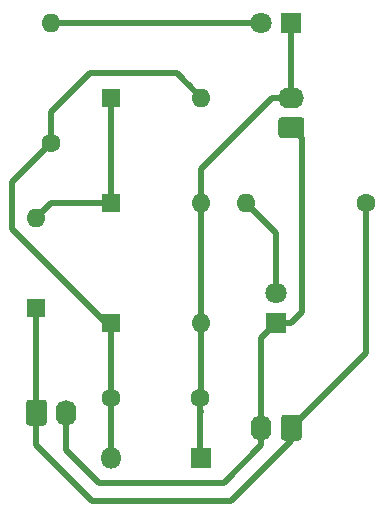
<source format=gtl>
%TF.GenerationSoftware,KiCad,Pcbnew,(5.1.10)-1*%
%TF.CreationDate,2021-07-06T16:49:45+02:00*%
%TF.ProjectId,circuitPanneauCarbOnFire,63697263-7569-4745-9061-6e6e65617543,rev?*%
%TF.SameCoordinates,Original*%
%TF.FileFunction,Copper,L1,Top*%
%TF.FilePolarity,Positive*%
%FSLAX46Y46*%
G04 Gerber Fmt 4.6, Leading zero omitted, Abs format (unit mm)*
G04 Created by KiCad (PCBNEW (5.1.10)-1) date 2021-07-06 16:49:45*
%MOMM*%
%LPD*%
G01*
G04 APERTURE LIST*
%TA.AperFunction,ComponentPad*%
%ADD10R,1.600000X1.600000*%
%TD*%
%TA.AperFunction,ComponentPad*%
%ADD11O,1.600000X1.600000*%
%TD*%
%TA.AperFunction,ComponentPad*%
%ADD12C,1.800000*%
%TD*%
%TA.AperFunction,ComponentPad*%
%ADD13R,1.800000X1.800000*%
%TD*%
%TA.AperFunction,ComponentPad*%
%ADD14C,1.600000*%
%TD*%
%TA.AperFunction,ComponentPad*%
%ADD15O,1.800000X1.800000*%
%TD*%
%TA.AperFunction,ComponentPad*%
%ADD16O,1.740000X2.190000*%
%TD*%
%TA.AperFunction,ComponentPad*%
%ADD17O,2.190000X1.740000*%
%TD*%
%TA.AperFunction,Conductor*%
%ADD18C,0.500000*%
%TD*%
%TA.AperFunction,Conductor*%
%ADD19C,0.250000*%
%TD*%
G04 APERTURE END LIST*
D10*
%TO.P,SW1,1*%
%TO.N,Net-(R1-Pad1)*%
X91440000Y-111760000D03*
D11*
%TO.P,SW1,2*%
%TO.N,Net-(SW1-Pad2)*%
X91440000Y-104140000D03*
%TD*%
D12*
%TO.P,D1,2*%
%TO.N,Net-(D1-Pad2)*%
X111760000Y-110490000D03*
D13*
%TO.P,D1,1*%
%TO.N,Net-(D1-Pad1)*%
X111760000Y-113030000D03*
%TD*%
D14*
%TO.P,C1,1*%
%TO.N,Net-(C1-Pad1)*%
X97790000Y-119380000D03*
%TO.P,C1,2*%
%TO.N,Net-(C1-Pad2)*%
X105290000Y-119380000D03*
%TD*%
D13*
%TO.P,D2,1*%
%TO.N,Net-(C1-Pad2)*%
X113030000Y-87630000D03*
D12*
%TO.P,D2,2*%
%TO.N,Net-(D2-Pad2)*%
X110490000Y-87630000D03*
%TD*%
D13*
%TO.P,DRoueLibre1,1*%
%TO.N,Net-(C1-Pad2)*%
X105410000Y-124460000D03*
D15*
%TO.P,DRoueLibre1,2*%
%TO.N,Net-(C1-Pad1)*%
X97790000Y-124460000D03*
%TD*%
D14*
%TO.P,R1,1*%
%TO.N,Net-(R1-Pad1)*%
X119380000Y-102870000D03*
D11*
%TO.P,R1,2*%
%TO.N,Net-(D1-Pad2)*%
X109220000Y-102870000D03*
%TD*%
%TO.P,R2,2*%
%TO.N,Net-(D2-Pad2)*%
X92710000Y-87630000D03*
D14*
%TO.P,R2,1*%
%TO.N,Net-(C1-Pad1)*%
X92710000Y-97790000D03*
%TD*%
D11*
%TO.P,SW2,2*%
%TO.N,Net-(C1-Pad1)*%
X105410000Y-93980000D03*
D10*
%TO.P,SW2,1*%
%TO.N,Net-(SW1-Pad2)*%
X97790000Y-93980000D03*
%TD*%
%TO.P,Ualphasense1,1*%
%TO.N,Net-(R1-Pad1)*%
%TA.AperFunction,ComponentPad*%
G36*
G01*
X90570000Y-121495001D02*
X90570000Y-119804999D01*
G75*
G02*
X90819999Y-119555000I249999J0D01*
G01*
X92060001Y-119555000D01*
G75*
G02*
X92310000Y-119804999I0J-249999D01*
G01*
X92310000Y-121495001D01*
G75*
G02*
X92060001Y-121745000I-249999J0D01*
G01*
X90819999Y-121745000D01*
G75*
G02*
X90570000Y-121495001I0J249999D01*
G01*
G37*
%TD.AperFunction*%
D16*
%TO.P,Ualphasense1,2*%
%TO.N,Net-(D1-Pad1)*%
X93980000Y-120650000D03*
%TD*%
%TO.P,Uarduino1,2*%
%TO.N,Net-(D1-Pad1)*%
X110490000Y-121920000D03*
%TO.P,Uarduino1,1*%
%TO.N,Net-(R1-Pad1)*%
%TA.AperFunction,ComponentPad*%
G36*
G01*
X113900000Y-121074999D02*
X113900000Y-122765001D01*
G75*
G02*
X113650001Y-123015000I-249999J0D01*
G01*
X112409999Y-123015000D01*
G75*
G02*
X112160000Y-122765001I0J249999D01*
G01*
X112160000Y-121074999D01*
G75*
G02*
X112409999Y-120825000I249999J0D01*
G01*
X113650001Y-120825000D01*
G75*
G02*
X113900000Y-121074999I0J-249999D01*
G01*
G37*
%TD.AperFunction*%
%TD*%
%TO.P,UFusible1,1*%
%TO.N,Net-(D1-Pad1)*%
%TA.AperFunction,ComponentPad*%
G36*
G01*
X113875001Y-97390000D02*
X112184999Y-97390000D01*
G75*
G02*
X111935000Y-97140001I0J249999D01*
G01*
X111935000Y-95899999D01*
G75*
G02*
X112184999Y-95650000I249999J0D01*
G01*
X113875001Y-95650000D01*
G75*
G02*
X114125000Y-95899999I0J-249999D01*
G01*
X114125000Y-97140001D01*
G75*
G02*
X113875001Y-97390000I-249999J0D01*
G01*
G37*
%TD.AperFunction*%
D17*
%TO.P,UFusible1,2*%
%TO.N,Net-(C1-Pad2)*%
X113030000Y-93980000D03*
%TD*%
D10*
%TO.P,UIn1,1*%
%TO.N,Net-(SW1-Pad2)*%
X97790000Y-102870000D03*
D11*
%TO.P,UIn1,2*%
%TO.N,Net-(C1-Pad2)*%
X105410000Y-102870000D03*
%TD*%
%TO.P,Uout1,2*%
%TO.N,Net-(C1-Pad2)*%
X105410000Y-113030000D03*
D10*
%TO.P,Uout1,1*%
%TO.N,Net-(C1-Pad1)*%
X97790000Y-113030000D03*
%TD*%
D18*
%TO.N,Net-(C1-Pad1)*%
X97790000Y-119380000D02*
X97790000Y-113030000D01*
X104284999Y-92854999D02*
X105410000Y-93980000D01*
X92710000Y-97790000D02*
X92710000Y-96658630D01*
X103359999Y-91929999D02*
X105410000Y-93980000D01*
X95989999Y-91929999D02*
X103359999Y-91929999D01*
X92710000Y-95209998D02*
X95989999Y-91929999D01*
X92710000Y-97790000D02*
X92710000Y-95209998D01*
X97295998Y-113030000D02*
X97790000Y-113030000D01*
X89389999Y-105124001D02*
X97295998Y-113030000D01*
X89389999Y-101110001D02*
X89389999Y-105124001D01*
X92710000Y-97790000D02*
X89389999Y-101110001D01*
X97790000Y-119380000D02*
X97790000Y-124460000D01*
%TO.N,Net-(C1-Pad2)*%
X105410000Y-120530000D02*
X105290000Y-120650000D01*
X113030000Y-87630000D02*
X113030000Y-93980000D01*
X113030000Y-94118630D02*
X113030000Y-93980000D01*
X105410000Y-102870000D02*
X105410000Y-101738630D01*
X105410000Y-119260000D02*
X105290000Y-119380000D01*
X105410000Y-113030000D02*
X105410000Y-119260000D01*
X105410000Y-102870000D02*
X105410000Y-111760000D01*
X105410000Y-111760000D02*
X105410000Y-113030000D01*
X111435000Y-93980000D02*
X113030000Y-93980000D01*
X105410000Y-100005000D02*
X111435000Y-93980000D01*
X105410000Y-102870000D02*
X105410000Y-100005000D01*
X105290000Y-124340000D02*
X105410000Y-124460000D01*
X105290000Y-119380000D02*
X105290000Y-124340000D01*
%TO.N,Net-(D1-Pad2)*%
X111760000Y-105410000D02*
X109220000Y-102870000D01*
X111760000Y-110490000D02*
X111760000Y-105410000D01*
D19*
%TO.N,Net-(D1-Pad1)*%
X111760000Y-112303002D02*
X111760000Y-113030000D01*
D18*
X113910001Y-97400001D02*
X113910001Y-112149999D01*
X113030000Y-96520000D02*
X113910001Y-97400001D01*
X113030000Y-113030000D02*
X111760000Y-113030000D01*
X113910001Y-112149999D02*
X113030000Y-113030000D01*
X110490000Y-114300000D02*
X111760000Y-113030000D01*
X110490000Y-121920000D02*
X110490000Y-114300000D01*
X107310001Y-126610001D02*
X110490000Y-123430002D01*
X96757999Y-126610001D02*
X107310001Y-126610001D01*
X93980000Y-123832002D02*
X96757999Y-126610001D01*
X110490000Y-123430002D02*
X110490000Y-121920000D01*
X93980000Y-120650000D02*
X93980000Y-123832002D01*
%TO.N,Net-(D2-Pad2)*%
X110490000Y-87630000D02*
X92710000Y-87630000D01*
%TO.N,Net-(R1-Pad1)*%
X91440000Y-111760000D02*
X91440000Y-120650000D01*
X119380000Y-115570000D02*
X119380000Y-102870000D01*
X113030000Y-121920000D02*
X119380000Y-115570000D01*
X113030000Y-123011336D02*
X113030000Y-121920000D01*
X107931326Y-128110010D02*
X113030000Y-123011336D01*
X96136675Y-128110011D02*
X107931326Y-128110010D01*
X91440000Y-123413336D02*
X96136675Y-128110011D01*
X91440000Y-120650000D02*
X91440000Y-123413336D01*
%TO.N,Net-(SW1-Pad2)*%
X97790000Y-93980000D02*
X97790000Y-102870000D01*
X91440000Y-104140000D02*
X92710000Y-102870000D01*
X92710000Y-102870000D02*
X97790000Y-102870000D01*
%TD*%
M02*

</source>
